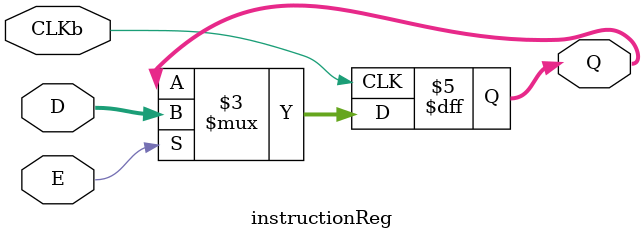
<source format=sv>
/*
Module name: instructionReg
Description: store instruction signal
By: Leo Ostiga
Date: 11/3/2023

In: 
	[N-1:0] D = Data Bus inputs
	E (Enable) = Enable input
	CLKb = CLK input

Out:
	[N-1:0] Q = data bus out signals 

Quick copy:
instructionReg(.Q() , .D(), .CLKb(), .E());
*/

module instructionReg#(
	parameter N = 10 //variable width register
)
(
	input logic [N-1:0] D, 
	input logic CLKb, E,
	output logic [N-1:0] Q
);

	always_ff@(negedge (CLKb))
	begin 
		if(E)
			Q <= D;
		else
			Q <= Q;
	end
endmodule
</source>
